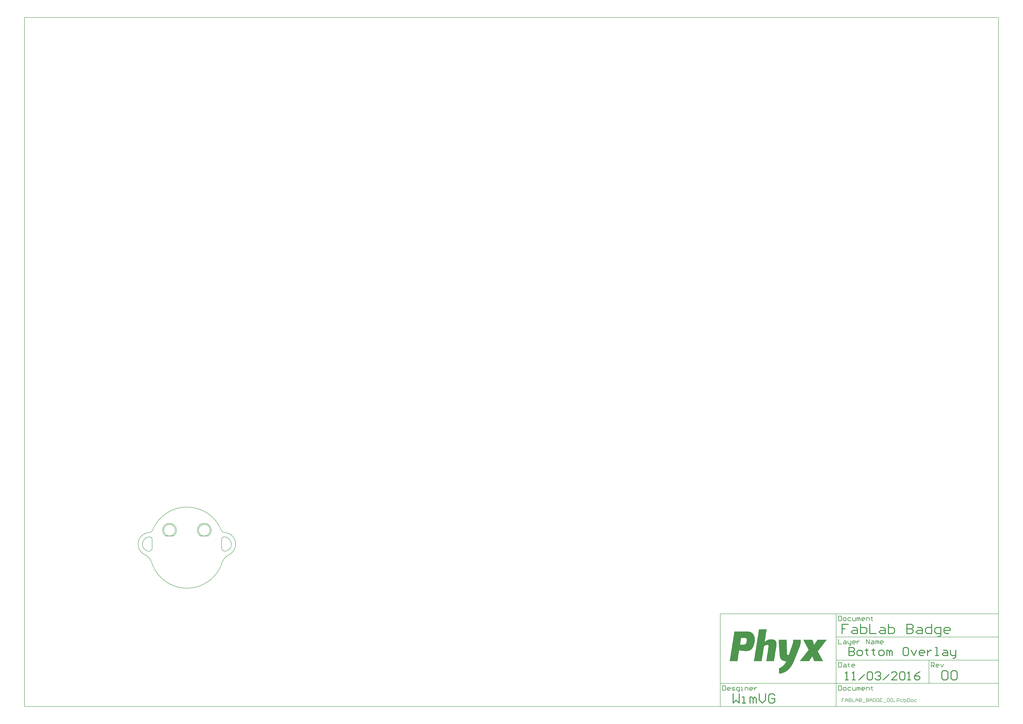
<source format=gbo>
G04 Layer_Color=32896*
%FSLAX25Y25*%
%MOIN*%
G70*
G01*
G75*
%ADD11C,0.01575*%
%ADD12C,0.00787*%
%ADD13C,0.00984*%
G36*
X1042339Y-162457D02*
Y-162743D01*
Y-163030D01*
Y-163316D01*
Y-163602D01*
Y-163889D01*
Y-164175D01*
Y-164461D01*
Y-164748D01*
Y-165034D01*
Y-165320D01*
Y-165607D01*
Y-165893D01*
Y-166179D01*
Y-166466D01*
Y-166752D01*
Y-167038D01*
Y-167324D01*
Y-167611D01*
Y-167897D01*
Y-168183D01*
X1042053D01*
Y-168470D01*
Y-168756D01*
Y-169042D01*
Y-169329D01*
Y-169615D01*
X1041767D01*
Y-169901D01*
Y-170188D01*
Y-170474D01*
Y-170760D01*
X1041481D01*
Y-171047D01*
Y-171333D01*
Y-171619D01*
Y-171906D01*
X1041194D01*
Y-172192D01*
Y-172478D01*
Y-172764D01*
X1040908D01*
Y-173051D01*
Y-173337D01*
Y-173623D01*
X1040622D01*
Y-173910D01*
Y-174196D01*
Y-174482D01*
X1040335D01*
Y-174769D01*
Y-175055D01*
Y-175341D01*
X1040049D01*
Y-175628D01*
Y-175914D01*
X1039763D01*
Y-176200D01*
Y-176487D01*
X1039476D01*
Y-176773D01*
Y-177059D01*
Y-177345D01*
X1039190D01*
Y-177632D01*
Y-177918D01*
X1038904D01*
Y-178204D01*
Y-178491D01*
Y-178777D01*
X1038617D01*
Y-179063D01*
Y-179350D01*
X1038331D01*
Y-179636D01*
Y-179922D01*
Y-180209D01*
X1038045D01*
Y-180495D01*
Y-180781D01*
X1037758D01*
Y-181068D01*
Y-181354D01*
Y-181640D01*
X1037472D01*
Y-181926D01*
Y-182213D01*
X1037186D01*
Y-182499D01*
Y-182785D01*
Y-183072D01*
X1036899D01*
Y-183358D01*
Y-183644D01*
X1036613D01*
Y-183931D01*
Y-184217D01*
Y-184503D01*
X1036327D01*
Y-184790D01*
Y-185076D01*
X1036041D01*
Y-185362D01*
Y-185649D01*
Y-185935D01*
X1035754D01*
Y-186221D01*
Y-186507D01*
X1035468D01*
Y-186794D01*
Y-187080D01*
Y-187366D01*
X1035182D01*
Y-187653D01*
Y-187939D01*
X1034895D01*
Y-188225D01*
Y-188512D01*
Y-188798D01*
X1034609D01*
Y-189084D01*
Y-189371D01*
X1034323D01*
Y-189657D01*
Y-189943D01*
Y-190229D01*
X1034036D01*
Y-190516D01*
Y-190802D01*
X1033750D01*
Y-191088D01*
Y-191375D01*
Y-191661D01*
X1033464D01*
Y-191947D01*
Y-192234D01*
X1033177D01*
Y-192520D01*
Y-192806D01*
Y-193093D01*
X1032891D01*
Y-193379D01*
Y-193665D01*
X1032605D01*
Y-193952D01*
Y-194238D01*
Y-194524D01*
X1032318D01*
Y-194810D01*
Y-195097D01*
X1032032D01*
Y-195383D01*
Y-195669D01*
Y-195956D01*
X1031746D01*
Y-196242D01*
Y-196528D01*
X1031460D01*
Y-196815D01*
Y-197101D01*
Y-197387D01*
X1031173D01*
Y-197674D01*
Y-197960D01*
X1030887D01*
Y-198246D01*
Y-198533D01*
Y-198819D01*
X1030601D01*
Y-199105D01*
Y-199391D01*
X1030314D01*
Y-199678D01*
Y-199964D01*
X1030028D01*
Y-200251D01*
Y-200537D01*
X1029742D01*
Y-200823D01*
Y-201109D01*
Y-201396D01*
X1029455D01*
Y-201682D01*
X1029169D01*
Y-201968D01*
Y-202255D01*
Y-202541D01*
X1028883D01*
Y-202827D01*
X1028596D01*
Y-203114D01*
Y-203400D01*
X1028310D01*
Y-203686D01*
Y-203973D01*
X1028024D01*
Y-204259D01*
Y-204545D01*
X1027738D01*
Y-204832D01*
Y-205118D01*
X1027451D01*
Y-205404D01*
X1027165D01*
Y-205690D01*
Y-205977D01*
X1026879D01*
Y-206263D01*
Y-206549D01*
X1026592D01*
Y-206836D01*
X1026306D01*
Y-207122D01*
X1026020D01*
Y-207408D01*
Y-207695D01*
X1025733D01*
Y-207981D01*
X1025447D01*
Y-208267D01*
Y-208554D01*
X1025161D01*
Y-208840D01*
X1024874D01*
Y-209126D01*
X1024588D01*
Y-209413D01*
Y-209699D01*
X1024302D01*
Y-209985D01*
X1024015D01*
Y-210271D01*
X1023729D01*
Y-210558D01*
X1023443D01*
Y-210844D01*
X1023157D01*
Y-211130D01*
Y-211417D01*
X1022870D01*
Y-211703D01*
X1022584D01*
Y-211989D01*
X1022297D01*
Y-212276D01*
X1022011D01*
Y-212562D01*
X1021725D01*
Y-212848D01*
X1021439D01*
Y-213135D01*
X1021152D01*
Y-213421D01*
X1020580D01*
Y-213707D01*
X1020293D01*
Y-213994D01*
X1020007D01*
Y-214280D01*
X1019721D01*
Y-214566D01*
X1019434D01*
Y-214852D01*
X1018862D01*
Y-215139D01*
X1018575D01*
Y-215425D01*
X1018003D01*
Y-215711D01*
X1017717D01*
Y-215998D01*
X1017144D01*
Y-216284D01*
X1016858D01*
Y-216570D01*
X1016285D01*
Y-216857D01*
X1015712D01*
Y-217143D01*
X1015140D01*
Y-217429D01*
X1014567D01*
Y-217716D01*
X1013995D01*
Y-218002D01*
X1013136D01*
Y-218288D01*
X1012563D01*
Y-218575D01*
X1011704D01*
Y-218861D01*
X1010559D01*
Y-219147D01*
X1009414D01*
Y-219433D01*
X1007696D01*
Y-219720D01*
X1005691D01*
Y-220006D01*
X1005405D01*
Y-219720D01*
Y-219433D01*
Y-219147D01*
Y-218861D01*
Y-218575D01*
Y-218288D01*
Y-218002D01*
Y-217716D01*
Y-217429D01*
Y-217143D01*
Y-216857D01*
Y-216570D01*
Y-216284D01*
Y-215998D01*
Y-215711D01*
Y-215425D01*
Y-215139D01*
Y-214852D01*
Y-214566D01*
Y-214280D01*
Y-213994D01*
Y-213707D01*
Y-213421D01*
Y-213135D01*
Y-212848D01*
Y-212562D01*
Y-212276D01*
Y-211989D01*
Y-211703D01*
Y-211417D01*
Y-211130D01*
Y-210844D01*
Y-210558D01*
X1005978D01*
Y-210271D01*
X1006550D01*
Y-209985D01*
X1007123D01*
Y-209699D01*
X1007696D01*
Y-209413D01*
X1008268D01*
Y-209126D01*
X1008841D01*
Y-208840D01*
X1009127D01*
Y-208554D01*
X1009700D01*
Y-208267D01*
X1009986D01*
Y-207981D01*
X1010559D01*
Y-207695D01*
X1010845D01*
Y-207408D01*
X1011131D01*
Y-207122D01*
X1011704D01*
Y-206836D01*
X1011990D01*
Y-206549D01*
X1012277D01*
Y-206263D01*
X1012563D01*
Y-205977D01*
X1012849D01*
Y-205690D01*
X1013136D01*
Y-205404D01*
X1013422D01*
Y-205118D01*
X1013708D01*
Y-204832D01*
X1013995D01*
Y-204545D01*
X1014281D01*
Y-204259D01*
X1014567D01*
Y-203973D01*
X1014853D01*
Y-203686D01*
Y-203400D01*
X1015140D01*
Y-203114D01*
X1015426D01*
Y-202827D01*
X1015712D01*
Y-202541D01*
Y-202255D01*
X1015999D01*
Y-201968D01*
X1016285D01*
Y-201682D01*
Y-201396D01*
X1016571D01*
Y-201109D01*
Y-200823D01*
X1016858D01*
Y-200537D01*
X1017144D01*
Y-200251D01*
Y-199964D01*
X1017430D01*
Y-199678D01*
Y-199391D01*
X1017717D01*
Y-199105D01*
Y-198819D01*
X1015999D01*
Y-198533D01*
X1013995D01*
Y-198246D01*
X1012849D01*
Y-197960D01*
X1012277D01*
Y-197674D01*
X1011418D01*
Y-197387D01*
X1010845D01*
Y-197101D01*
X1010559D01*
Y-196815D01*
X1009986D01*
Y-196528D01*
X1009700D01*
Y-196242D01*
X1009414D01*
Y-195956D01*
X1009127D01*
Y-195669D01*
X1008841D01*
Y-195383D01*
X1008554D01*
Y-195097D01*
Y-194810D01*
X1008268D01*
Y-194524D01*
X1007982D01*
Y-194238D01*
Y-193952D01*
X1007696D01*
Y-193665D01*
Y-193379D01*
X1007409D01*
Y-193093D01*
Y-192806D01*
X1007123D01*
Y-192520D01*
Y-192234D01*
Y-191947D01*
X1006837D01*
Y-191661D01*
Y-191375D01*
Y-191088D01*
Y-190802D01*
X1006550D01*
Y-190516D01*
Y-190229D01*
Y-189943D01*
Y-189657D01*
Y-189371D01*
Y-189084D01*
Y-188798D01*
X1006264D01*
Y-188512D01*
Y-188225D01*
Y-187939D01*
Y-187653D01*
Y-187366D01*
Y-187080D01*
Y-186794D01*
Y-186507D01*
Y-186221D01*
Y-185935D01*
Y-185649D01*
Y-185362D01*
Y-185076D01*
Y-184790D01*
Y-184503D01*
X1005978D01*
Y-184217D01*
Y-183931D01*
Y-183644D01*
Y-183358D01*
Y-183072D01*
Y-182785D01*
Y-182499D01*
Y-182213D01*
Y-181926D01*
Y-181640D01*
Y-181354D01*
Y-181068D01*
Y-180781D01*
Y-180495D01*
Y-180209D01*
X1005691D01*
Y-179922D01*
Y-179636D01*
Y-179350D01*
Y-179063D01*
Y-178777D01*
Y-178491D01*
Y-178204D01*
Y-177918D01*
Y-177632D01*
Y-177345D01*
Y-177059D01*
Y-176773D01*
Y-176487D01*
Y-176200D01*
Y-175914D01*
Y-175628D01*
X1005405D01*
Y-175341D01*
Y-175055D01*
Y-174769D01*
Y-174482D01*
Y-174196D01*
Y-173910D01*
Y-173623D01*
Y-173337D01*
Y-173051D01*
Y-172764D01*
Y-172478D01*
Y-172192D01*
Y-171906D01*
Y-171619D01*
Y-171333D01*
Y-171047D01*
X1005119D01*
Y-170760D01*
Y-170474D01*
Y-170188D01*
Y-169901D01*
Y-169615D01*
Y-169329D01*
Y-169042D01*
Y-168756D01*
Y-168470D01*
Y-168183D01*
Y-167897D01*
Y-167611D01*
Y-167324D01*
Y-167038D01*
X1004832D01*
Y-166752D01*
Y-166466D01*
Y-166179D01*
Y-165893D01*
Y-165607D01*
Y-165320D01*
Y-165034D01*
Y-164748D01*
Y-164461D01*
Y-164175D01*
Y-163889D01*
Y-163602D01*
Y-163316D01*
Y-163030D01*
Y-162743D01*
Y-162457D01*
X1004546D01*
Y-162171D01*
X1018289D01*
Y-162457D01*
Y-162743D01*
Y-163030D01*
Y-163316D01*
Y-163602D01*
Y-163889D01*
Y-164175D01*
Y-164461D01*
Y-164748D01*
Y-165034D01*
Y-165320D01*
Y-165607D01*
Y-165893D01*
Y-166179D01*
X1018575D01*
Y-166466D01*
Y-166752D01*
Y-167038D01*
Y-167324D01*
Y-167611D01*
Y-167897D01*
Y-168183D01*
Y-168470D01*
Y-168756D01*
Y-169042D01*
Y-169329D01*
Y-169615D01*
Y-169901D01*
Y-170188D01*
Y-170474D01*
Y-170760D01*
Y-171047D01*
Y-171333D01*
Y-171619D01*
Y-171906D01*
Y-172192D01*
Y-172478D01*
Y-172764D01*
Y-173051D01*
Y-173337D01*
Y-173623D01*
Y-173910D01*
Y-174196D01*
Y-174482D01*
Y-174769D01*
Y-175055D01*
Y-175341D01*
Y-175628D01*
Y-175914D01*
Y-176200D01*
Y-176487D01*
Y-176773D01*
Y-177059D01*
Y-177345D01*
Y-177632D01*
Y-177918D01*
X1018862D01*
Y-178204D01*
X1018575D01*
Y-178491D01*
Y-178777D01*
X1018862D01*
Y-179063D01*
Y-179350D01*
Y-179636D01*
Y-179922D01*
Y-180209D01*
Y-180495D01*
Y-180781D01*
Y-181068D01*
Y-181354D01*
Y-181640D01*
Y-181926D01*
Y-182213D01*
Y-182499D01*
Y-182785D01*
Y-183072D01*
Y-183358D01*
Y-183644D01*
Y-183931D01*
Y-184217D01*
Y-184503D01*
Y-184790D01*
Y-185076D01*
Y-185362D01*
Y-185649D01*
Y-185935D01*
Y-186221D01*
X1019148D01*
Y-186507D01*
Y-186794D01*
Y-187080D01*
X1019434D01*
Y-187366D01*
X1019721D01*
Y-187653D01*
X1020007D01*
Y-187939D01*
X1020866D01*
Y-188225D01*
X1021725D01*
Y-187939D01*
X1022011D01*
Y-187653D01*
Y-187366D01*
Y-187080D01*
X1022297D01*
Y-186794D01*
Y-186507D01*
X1022584D01*
Y-186221D01*
Y-185935D01*
Y-185649D01*
X1022870D01*
Y-185362D01*
Y-185076D01*
Y-184790D01*
X1023157D01*
Y-184503D01*
Y-184217D01*
Y-183931D01*
X1023443D01*
Y-183644D01*
Y-183358D01*
Y-183072D01*
X1023729D01*
Y-182785D01*
Y-182499D01*
X1024015D01*
Y-182213D01*
Y-181926D01*
Y-181640D01*
X1024302D01*
Y-181354D01*
Y-181068D01*
Y-180781D01*
X1024588D01*
Y-180495D01*
Y-180209D01*
Y-179922D01*
X1024874D01*
Y-179636D01*
Y-179350D01*
X1025161D01*
Y-179063D01*
Y-178777D01*
Y-178491D01*
X1025447D01*
Y-178204D01*
Y-177918D01*
Y-177632D01*
X1025733D01*
Y-177345D01*
Y-177059D01*
Y-176773D01*
X1026020D01*
Y-176487D01*
Y-176200D01*
X1026306D01*
Y-175914D01*
Y-175628D01*
Y-175341D01*
X1026592D01*
Y-175055D01*
Y-174769D01*
Y-174482D01*
X1026879D01*
Y-174196D01*
Y-173910D01*
Y-173623D01*
X1027165D01*
Y-173337D01*
Y-173051D01*
X1027451D01*
Y-172764D01*
Y-172478D01*
Y-172192D01*
X1027738D01*
Y-171906D01*
Y-171619D01*
Y-171333D01*
X1028024D01*
Y-171047D01*
Y-170760D01*
Y-170474D01*
X1028310D01*
Y-170188D01*
Y-169901D01*
Y-169615D01*
Y-169329D01*
X1028596D01*
Y-169042D01*
Y-168756D01*
Y-168470D01*
Y-168183D01*
X1028883D01*
Y-167897D01*
Y-167611D01*
Y-167324D01*
Y-167038D01*
Y-166752D01*
X1029169D01*
Y-166466D01*
Y-166179D01*
Y-165893D01*
Y-165607D01*
Y-165320D01*
Y-165034D01*
X1029455D01*
Y-164748D01*
Y-164461D01*
Y-164175D01*
Y-163889D01*
Y-163602D01*
Y-163316D01*
Y-163030D01*
Y-162743D01*
Y-162457D01*
Y-162171D01*
X1042339D01*
Y-162457D01*
D02*
G37*
G36*
X984504Y-144992D02*
Y-145278D01*
X984218D01*
Y-145565D01*
Y-145851D01*
Y-146137D01*
Y-146424D01*
Y-146710D01*
Y-146996D01*
X983932D01*
Y-147283D01*
Y-147569D01*
Y-147855D01*
Y-148142D01*
Y-148428D01*
Y-148714D01*
X983645D01*
Y-149001D01*
Y-149287D01*
Y-149573D01*
Y-149859D01*
Y-150146D01*
Y-150432D01*
Y-150718D01*
X983359D01*
Y-151005D01*
Y-151291D01*
Y-151577D01*
Y-151864D01*
Y-152150D01*
Y-152436D01*
X983073D01*
Y-152723D01*
Y-153009D01*
Y-153295D01*
Y-153582D01*
Y-153868D01*
Y-154154D01*
X982786D01*
Y-154440D01*
Y-154727D01*
Y-155013D01*
Y-155299D01*
Y-155586D01*
Y-155872D01*
Y-156158D01*
X982500D01*
Y-156445D01*
Y-156731D01*
Y-157017D01*
Y-157304D01*
Y-157590D01*
Y-157876D01*
X982214D01*
Y-158162D01*
Y-158449D01*
Y-158735D01*
Y-159021D01*
Y-159308D01*
Y-159594D01*
X981927D01*
Y-159880D01*
Y-160167D01*
Y-160453D01*
Y-160739D01*
Y-161026D01*
Y-161312D01*
X981641D01*
Y-161598D01*
Y-161884D01*
Y-162171D01*
Y-162457D01*
Y-162743D01*
Y-163030D01*
Y-163316D01*
X981355D01*
Y-163602D01*
Y-163889D01*
Y-164175D01*
Y-164461D01*
Y-164748D01*
Y-165034D01*
X981069D01*
Y-165320D01*
Y-165607D01*
X981641D01*
Y-165320D01*
X981927D01*
Y-165034D01*
X982214D01*
Y-164748D01*
X982786D01*
Y-164461D01*
X983073D01*
Y-164175D01*
X983359D01*
Y-163889D01*
X983932D01*
Y-163602D01*
X984504D01*
Y-163316D01*
X984791D01*
Y-163030D01*
X985363D01*
Y-162743D01*
X986222D01*
Y-162457D01*
X986795D01*
Y-162171D01*
X987654D01*
Y-161884D01*
X989085D01*
Y-161598D01*
X995384D01*
Y-161884D01*
X996529D01*
Y-162171D01*
X997388D01*
Y-162457D01*
X997961D01*
Y-162743D01*
X998247D01*
Y-163030D01*
X998820D01*
Y-163316D01*
X999106D01*
Y-163602D01*
X999393D01*
Y-163889D01*
X999679D01*
Y-164175D01*
X999965D01*
Y-164461D01*
Y-164748D01*
X1000251D01*
Y-165034D01*
Y-165320D01*
X1000538D01*
Y-165607D01*
Y-165893D01*
Y-166179D01*
X1000824D01*
Y-166466D01*
Y-166752D01*
Y-167038D01*
Y-167324D01*
X1001110D01*
Y-167611D01*
Y-167897D01*
Y-168183D01*
Y-168470D01*
Y-168756D01*
Y-169042D01*
Y-169329D01*
Y-169615D01*
Y-169901D01*
Y-170188D01*
Y-170474D01*
Y-170760D01*
Y-171047D01*
Y-171333D01*
Y-171619D01*
Y-171906D01*
Y-172192D01*
Y-172478D01*
X1000824D01*
Y-172764D01*
Y-173051D01*
Y-173337D01*
Y-173623D01*
Y-173910D01*
Y-174196D01*
Y-174482D01*
X1000538D01*
Y-174769D01*
Y-175055D01*
Y-175341D01*
Y-175628D01*
Y-175914D01*
Y-176200D01*
Y-176487D01*
X1000251D01*
Y-176773D01*
Y-177059D01*
Y-177345D01*
Y-177632D01*
Y-177918D01*
Y-178204D01*
X999965D01*
Y-178491D01*
Y-178777D01*
Y-179063D01*
Y-179350D01*
Y-179636D01*
Y-179922D01*
X999679D01*
Y-180209D01*
Y-180495D01*
Y-180781D01*
Y-181068D01*
Y-181354D01*
Y-181640D01*
X999393D01*
Y-181926D01*
Y-182213D01*
Y-182499D01*
Y-182785D01*
Y-183072D01*
Y-183358D01*
Y-183644D01*
X999106D01*
Y-183931D01*
Y-184217D01*
Y-184503D01*
Y-184790D01*
Y-185076D01*
Y-185362D01*
X998820D01*
Y-185649D01*
Y-185935D01*
Y-186221D01*
Y-186507D01*
Y-186794D01*
Y-187080D01*
X998534D01*
Y-187366D01*
Y-187653D01*
Y-187939D01*
Y-188225D01*
Y-188512D01*
Y-188798D01*
Y-189084D01*
X998247D01*
Y-189371D01*
Y-189657D01*
Y-189943D01*
Y-190229D01*
Y-190516D01*
Y-190802D01*
X997961D01*
Y-191088D01*
Y-191375D01*
Y-191661D01*
Y-191947D01*
Y-192234D01*
Y-192520D01*
X997675D01*
Y-192806D01*
Y-193093D01*
Y-193379D01*
Y-193665D01*
Y-193952D01*
Y-194238D01*
X997388D01*
Y-194524D01*
Y-194810D01*
Y-195097D01*
Y-195383D01*
Y-195669D01*
Y-195956D01*
Y-196242D01*
X997102D01*
Y-196528D01*
Y-196815D01*
Y-197101D01*
Y-197387D01*
Y-197674D01*
Y-197960D01*
X996816D01*
Y-198246D01*
Y-198533D01*
X983645D01*
Y-198246D01*
Y-197960D01*
X983932D01*
Y-197674D01*
Y-197387D01*
Y-197101D01*
Y-196815D01*
Y-196528D01*
Y-196242D01*
X984218D01*
Y-195956D01*
Y-195669D01*
Y-195383D01*
Y-195097D01*
Y-194810D01*
Y-194524D01*
Y-194238D01*
X984504D01*
Y-193952D01*
Y-193665D01*
Y-193379D01*
Y-193093D01*
Y-192806D01*
Y-192520D01*
X984791D01*
Y-192234D01*
Y-191947D01*
Y-191661D01*
Y-191375D01*
Y-191088D01*
Y-190802D01*
X985077D01*
Y-190516D01*
Y-190229D01*
Y-189943D01*
Y-189657D01*
Y-189371D01*
Y-189084D01*
Y-188798D01*
X985363D01*
Y-188512D01*
Y-188225D01*
Y-187939D01*
Y-187653D01*
Y-187366D01*
Y-187080D01*
X985649D01*
Y-186794D01*
Y-186507D01*
Y-186221D01*
Y-185935D01*
Y-185649D01*
Y-185362D01*
Y-185076D01*
X985936D01*
Y-184790D01*
Y-184503D01*
Y-184217D01*
Y-183931D01*
Y-183644D01*
Y-183358D01*
X986222D01*
Y-183072D01*
Y-182785D01*
Y-182499D01*
Y-182213D01*
Y-181926D01*
Y-181640D01*
X986508D01*
Y-181354D01*
Y-181068D01*
Y-180781D01*
Y-180495D01*
Y-180209D01*
Y-179922D01*
X986795D01*
Y-179636D01*
Y-179350D01*
Y-179063D01*
Y-178777D01*
Y-178491D01*
Y-178204D01*
Y-177918D01*
X987081D01*
Y-177632D01*
Y-177345D01*
Y-177059D01*
Y-176773D01*
Y-176487D01*
Y-176200D01*
X987367D01*
Y-175914D01*
Y-175628D01*
Y-175341D01*
Y-175055D01*
Y-174769D01*
Y-174482D01*
Y-174196D01*
X987654D01*
Y-173910D01*
Y-173623D01*
Y-173337D01*
Y-173051D01*
Y-172764D01*
Y-172478D01*
X987367D01*
Y-172192D01*
Y-171906D01*
X987081D01*
Y-171619D01*
X986795D01*
Y-171333D01*
X986222D01*
Y-171047D01*
X984504D01*
Y-171333D01*
X983073D01*
Y-171619D01*
X982214D01*
Y-171906D01*
X981641D01*
Y-172192D01*
X981355D01*
Y-172478D01*
X980782D01*
Y-172764D01*
X980496D01*
Y-173051D01*
X980210D01*
Y-173337D01*
Y-173623D01*
X979923D01*
Y-173910D01*
Y-174196D01*
Y-174482D01*
X979637D01*
Y-174769D01*
Y-175055D01*
Y-175341D01*
Y-175628D01*
Y-175914D01*
Y-176200D01*
X979351D01*
Y-176487D01*
Y-176773D01*
Y-177059D01*
Y-177345D01*
Y-177632D01*
Y-177918D01*
Y-178204D01*
X979064D01*
Y-178491D01*
Y-178777D01*
Y-179063D01*
Y-179350D01*
Y-179636D01*
Y-179922D01*
X978778D01*
Y-180209D01*
Y-180495D01*
Y-180781D01*
Y-181068D01*
Y-181354D01*
Y-181640D01*
X978492D01*
Y-181926D01*
Y-182213D01*
Y-182499D01*
Y-182785D01*
Y-183072D01*
Y-183358D01*
X978205D01*
Y-183644D01*
Y-183931D01*
Y-184217D01*
Y-184503D01*
Y-184790D01*
Y-185076D01*
Y-185362D01*
X977919D01*
Y-185649D01*
Y-185935D01*
Y-186221D01*
Y-186507D01*
Y-186794D01*
Y-187080D01*
X977633D01*
Y-187366D01*
Y-187653D01*
Y-187939D01*
Y-188225D01*
Y-188512D01*
Y-188798D01*
X977346D01*
Y-189084D01*
Y-189371D01*
Y-189657D01*
Y-189943D01*
Y-190229D01*
Y-190516D01*
Y-190802D01*
X977060D01*
Y-191088D01*
Y-191375D01*
Y-191661D01*
Y-191947D01*
Y-192234D01*
Y-192520D01*
X976774D01*
Y-192806D01*
Y-193093D01*
Y-193379D01*
Y-193665D01*
Y-193952D01*
Y-194238D01*
X976488D01*
Y-194524D01*
Y-194810D01*
Y-195097D01*
Y-195383D01*
Y-195669D01*
Y-195956D01*
X976201D01*
Y-196242D01*
Y-196528D01*
Y-196815D01*
Y-197101D01*
Y-197387D01*
Y-197674D01*
Y-197960D01*
X975915D01*
Y-198246D01*
Y-198533D01*
X962745D01*
Y-198246D01*
Y-197960D01*
X963031D01*
Y-197674D01*
Y-197387D01*
Y-197101D01*
Y-196815D01*
Y-196528D01*
Y-196242D01*
Y-195956D01*
X963317D01*
Y-195669D01*
Y-195383D01*
Y-195097D01*
Y-194810D01*
Y-194524D01*
Y-194238D01*
X963603D01*
Y-193952D01*
Y-193665D01*
Y-193379D01*
Y-193093D01*
Y-192806D01*
Y-192520D01*
X963890D01*
Y-192234D01*
Y-191947D01*
Y-191661D01*
Y-191375D01*
Y-191088D01*
Y-190802D01*
Y-190516D01*
X964176D01*
Y-190229D01*
Y-189943D01*
Y-189657D01*
Y-189371D01*
Y-189084D01*
Y-188798D01*
X964462D01*
Y-188512D01*
Y-188225D01*
Y-187939D01*
Y-187653D01*
Y-187366D01*
Y-187080D01*
X964749D01*
Y-186794D01*
Y-186507D01*
Y-186221D01*
Y-185935D01*
Y-185649D01*
Y-185362D01*
X965035D01*
Y-185076D01*
Y-184790D01*
Y-184503D01*
Y-184217D01*
Y-183931D01*
Y-183644D01*
Y-183358D01*
X965321D01*
Y-183072D01*
Y-182785D01*
Y-182499D01*
Y-182213D01*
Y-181926D01*
Y-181640D01*
X965608D01*
Y-181354D01*
Y-181068D01*
Y-180781D01*
Y-180495D01*
Y-180209D01*
Y-179922D01*
X965894D01*
Y-179636D01*
Y-179350D01*
Y-179063D01*
Y-178777D01*
Y-178491D01*
Y-178204D01*
Y-177918D01*
X966180D01*
Y-177632D01*
Y-177345D01*
Y-177059D01*
Y-176773D01*
Y-176487D01*
Y-176200D01*
X966467D01*
Y-175914D01*
Y-175628D01*
Y-175341D01*
Y-175055D01*
Y-174769D01*
Y-174482D01*
X966753D01*
Y-174196D01*
Y-173910D01*
Y-173623D01*
Y-173337D01*
Y-173051D01*
Y-172764D01*
X967039D01*
Y-172478D01*
Y-172192D01*
Y-171906D01*
Y-171619D01*
Y-171333D01*
Y-171047D01*
Y-170760D01*
X967325D01*
Y-170474D01*
Y-170188D01*
Y-169901D01*
Y-169615D01*
Y-169329D01*
Y-169042D01*
X967612D01*
Y-168756D01*
Y-168470D01*
Y-168183D01*
Y-167897D01*
Y-167611D01*
Y-167324D01*
X967898D01*
Y-167038D01*
Y-166752D01*
Y-166466D01*
Y-166179D01*
Y-165893D01*
Y-165607D01*
X968184D01*
Y-165320D01*
Y-165034D01*
Y-164748D01*
Y-164461D01*
Y-164175D01*
Y-163889D01*
Y-163602D01*
X968471D01*
Y-163316D01*
Y-163030D01*
Y-162743D01*
Y-162457D01*
Y-162171D01*
Y-161884D01*
X968757D01*
Y-161598D01*
Y-161312D01*
Y-161026D01*
Y-160739D01*
Y-160453D01*
Y-160167D01*
X969043D01*
Y-159880D01*
Y-159594D01*
Y-159308D01*
Y-159021D01*
Y-158735D01*
Y-158449D01*
Y-158162D01*
X969330D01*
Y-157876D01*
Y-157590D01*
Y-157304D01*
Y-157017D01*
Y-156731D01*
Y-156445D01*
X969616D01*
Y-156158D01*
Y-155872D01*
Y-155586D01*
Y-155299D01*
Y-155013D01*
Y-154727D01*
X969902D01*
Y-154440D01*
Y-154154D01*
Y-153868D01*
Y-153582D01*
Y-153295D01*
Y-153009D01*
X970189D01*
Y-152723D01*
Y-152436D01*
Y-152150D01*
Y-151864D01*
Y-151577D01*
Y-151291D01*
Y-151005D01*
X970475D01*
Y-150718D01*
Y-150432D01*
Y-150146D01*
Y-149859D01*
Y-149573D01*
Y-149287D01*
X970761D01*
Y-149001D01*
Y-148714D01*
Y-148428D01*
Y-148142D01*
Y-147855D01*
Y-147569D01*
X971047D01*
Y-147283D01*
Y-146996D01*
Y-146710D01*
Y-146424D01*
Y-146137D01*
Y-145851D01*
Y-145565D01*
X971334D01*
Y-145278D01*
Y-144992D01*
Y-144706D01*
X984504D01*
Y-144992D01*
D02*
G37*
G36*
X953296Y-148428D02*
X955014D01*
Y-148714D01*
X955873D01*
Y-149001D01*
X956732D01*
Y-149287D01*
X957591D01*
Y-149573D01*
X958164D01*
Y-149859D01*
X958450D01*
Y-150146D01*
X959022D01*
Y-150432D01*
X959309D01*
Y-150718D01*
X959881D01*
Y-151005D01*
X960168D01*
Y-151291D01*
X960454D01*
Y-151577D01*
X960740D01*
Y-151864D01*
X961027D01*
Y-152150D01*
X961313D01*
Y-152436D01*
X961599D01*
Y-152723D01*
Y-153009D01*
X961886D01*
Y-153295D01*
X962172D01*
Y-153582D01*
Y-153868D01*
X962458D01*
Y-154154D01*
X962745D01*
Y-154440D01*
Y-154727D01*
X963031D01*
Y-155013D01*
Y-155299D01*
Y-155586D01*
X963317D01*
Y-155872D01*
Y-156158D01*
Y-156445D01*
X963603D01*
Y-156731D01*
Y-157017D01*
Y-157304D01*
Y-157590D01*
X963890D01*
Y-157876D01*
Y-158162D01*
Y-158449D01*
Y-158735D01*
Y-159021D01*
X964176D01*
Y-159308D01*
Y-159594D01*
Y-159880D01*
Y-160167D01*
Y-160453D01*
Y-160739D01*
Y-161026D01*
Y-161312D01*
Y-161598D01*
Y-161884D01*
Y-162171D01*
Y-162457D01*
Y-162743D01*
Y-163030D01*
Y-163316D01*
Y-163602D01*
Y-163889D01*
Y-164175D01*
Y-164461D01*
Y-164748D01*
X963890D01*
Y-165034D01*
Y-165320D01*
Y-165607D01*
Y-165893D01*
Y-166179D01*
Y-166466D01*
Y-166752D01*
X963603D01*
Y-167038D01*
Y-167324D01*
Y-167611D01*
Y-167897D01*
Y-168183D01*
X963317D01*
Y-168470D01*
Y-168756D01*
Y-169042D01*
Y-169329D01*
Y-169615D01*
X963031D01*
Y-169901D01*
Y-170188D01*
Y-170474D01*
X962745D01*
Y-170760D01*
Y-171047D01*
Y-171333D01*
Y-171619D01*
X962458D01*
Y-171906D01*
Y-172192D01*
Y-172478D01*
X962172D01*
Y-172764D01*
Y-173051D01*
X961886D01*
Y-173337D01*
Y-173623D01*
Y-173910D01*
X961599D01*
Y-174196D01*
Y-174482D01*
X961313D01*
Y-174769D01*
Y-175055D01*
X961027D01*
Y-175341D01*
Y-175628D01*
X960740D01*
Y-175914D01*
X960454D01*
Y-176200D01*
Y-176487D01*
X960168D01*
Y-176773D01*
X959881D01*
Y-177059D01*
X959595D01*
Y-177345D01*
Y-177632D01*
X959309D01*
Y-177918D01*
X959022D01*
Y-178204D01*
X958736D01*
Y-178491D01*
X958450D01*
Y-178777D01*
X958164D01*
Y-179063D01*
X957591D01*
Y-179350D01*
X957304D01*
Y-179636D01*
X956732D01*
Y-179922D01*
X956446D01*
Y-180209D01*
X955873D01*
Y-180495D01*
X955014D01*
Y-180781D01*
X954155D01*
Y-181068D01*
X953296D01*
Y-181354D01*
X951578D01*
Y-181640D01*
X946425D01*
Y-181354D01*
X943848D01*
Y-181068D01*
X941844D01*
Y-180781D01*
X940412D01*
Y-180495D01*
X938980D01*
Y-180209D01*
X937549D01*
Y-180495D01*
Y-180781D01*
Y-181068D01*
Y-181354D01*
Y-181640D01*
Y-181926D01*
Y-182213D01*
X937263D01*
Y-182499D01*
Y-182785D01*
Y-183072D01*
Y-183358D01*
Y-183644D01*
Y-183931D01*
X936976D01*
Y-184217D01*
Y-184503D01*
Y-184790D01*
Y-185076D01*
Y-185362D01*
Y-185649D01*
X936690D01*
Y-185935D01*
Y-186221D01*
Y-186507D01*
Y-186794D01*
Y-187080D01*
Y-187366D01*
Y-187653D01*
X936404D01*
Y-187939D01*
Y-188225D01*
Y-188512D01*
Y-188798D01*
Y-189084D01*
Y-189371D01*
X936117D01*
Y-189657D01*
Y-189943D01*
Y-190229D01*
Y-190516D01*
Y-190802D01*
Y-191088D01*
X935831D01*
Y-191375D01*
Y-191661D01*
Y-191947D01*
Y-192234D01*
Y-192520D01*
Y-192806D01*
Y-193093D01*
X935545D01*
Y-193379D01*
Y-193665D01*
Y-193952D01*
Y-194238D01*
Y-194524D01*
Y-194810D01*
X935258D01*
Y-195097D01*
Y-195383D01*
Y-195669D01*
Y-195956D01*
Y-196242D01*
Y-196528D01*
X934972D01*
Y-196815D01*
Y-197101D01*
Y-197387D01*
Y-197674D01*
Y-197960D01*
Y-198246D01*
Y-198533D01*
X921515D01*
Y-198246D01*
X921802D01*
Y-197960D01*
Y-197674D01*
Y-197387D01*
Y-197101D01*
Y-196815D01*
X922088D01*
Y-196528D01*
Y-196242D01*
Y-195956D01*
Y-195669D01*
Y-195383D01*
Y-195097D01*
Y-194810D01*
X922374D01*
Y-194524D01*
Y-194238D01*
Y-193952D01*
Y-193665D01*
Y-193379D01*
Y-193093D01*
X922661D01*
Y-192806D01*
Y-192520D01*
Y-192234D01*
Y-191947D01*
Y-191661D01*
Y-191375D01*
X922947D01*
Y-191088D01*
Y-190802D01*
Y-190516D01*
Y-190229D01*
Y-189943D01*
Y-189657D01*
Y-189371D01*
X923233D01*
Y-189084D01*
Y-188798D01*
Y-188512D01*
Y-188225D01*
Y-187939D01*
Y-187653D01*
X923520D01*
Y-187366D01*
Y-187080D01*
Y-186794D01*
Y-186507D01*
Y-186221D01*
Y-185935D01*
X923806D01*
Y-185649D01*
Y-185362D01*
Y-185076D01*
Y-184790D01*
Y-184503D01*
Y-184217D01*
X924092D01*
Y-183931D01*
Y-183644D01*
Y-183358D01*
Y-183072D01*
Y-182785D01*
Y-182499D01*
Y-182213D01*
X924378D01*
Y-181926D01*
Y-181640D01*
Y-181354D01*
Y-181068D01*
Y-180781D01*
Y-180495D01*
X924665D01*
Y-180209D01*
Y-179922D01*
Y-179636D01*
Y-179350D01*
Y-179063D01*
Y-178777D01*
X924951D01*
Y-178491D01*
Y-178204D01*
Y-177918D01*
Y-177632D01*
Y-177345D01*
Y-177059D01*
X925237D01*
Y-176773D01*
Y-176487D01*
Y-176200D01*
Y-175914D01*
Y-175628D01*
Y-175341D01*
Y-175055D01*
X925524D01*
Y-174769D01*
Y-174482D01*
Y-174196D01*
Y-173910D01*
Y-173623D01*
Y-173337D01*
X925810D01*
Y-173051D01*
Y-172764D01*
Y-172478D01*
Y-172192D01*
Y-171906D01*
Y-171619D01*
X926096D01*
Y-171333D01*
Y-171047D01*
Y-170760D01*
Y-170474D01*
Y-170188D01*
Y-169901D01*
Y-169615D01*
X926383D01*
Y-169329D01*
Y-169042D01*
Y-168756D01*
Y-168470D01*
Y-168183D01*
Y-167897D01*
X926669D01*
Y-167611D01*
Y-167324D01*
Y-167038D01*
Y-166752D01*
Y-166466D01*
Y-166179D01*
X926955D01*
Y-165893D01*
Y-165607D01*
Y-165320D01*
Y-165034D01*
Y-164748D01*
Y-164461D01*
X927242D01*
Y-164175D01*
Y-163889D01*
Y-163602D01*
Y-163316D01*
Y-163030D01*
Y-162743D01*
Y-162457D01*
X927528D01*
Y-162171D01*
Y-161884D01*
Y-161598D01*
Y-161312D01*
Y-161026D01*
Y-160739D01*
X927814D01*
Y-160453D01*
Y-160167D01*
Y-159880D01*
Y-159594D01*
Y-159308D01*
Y-159021D01*
X928101D01*
Y-158735D01*
Y-158449D01*
Y-158162D01*
Y-157876D01*
Y-157590D01*
Y-157304D01*
Y-157017D01*
X928387D01*
Y-156731D01*
Y-156445D01*
Y-156158D01*
Y-155872D01*
Y-155586D01*
Y-155299D01*
X928673D01*
Y-155013D01*
Y-154727D01*
Y-154440D01*
Y-154154D01*
Y-153868D01*
Y-153582D01*
X928959D01*
Y-153295D01*
Y-153009D01*
Y-152723D01*
Y-152436D01*
Y-152150D01*
Y-151864D01*
Y-151577D01*
X929246D01*
Y-151291D01*
Y-151005D01*
Y-150718D01*
Y-150432D01*
Y-150146D01*
Y-149859D01*
X929532D01*
Y-149573D01*
Y-149287D01*
Y-149001D01*
Y-148714D01*
Y-148428D01*
Y-148142D01*
X953296D01*
Y-148428D01*
D02*
G37*
G36*
X1086432Y-162457D02*
X1086145D01*
Y-162743D01*
X1085859D01*
Y-163030D01*
Y-163316D01*
X1085573D01*
Y-163602D01*
X1085286D01*
Y-163889D01*
X1085000D01*
Y-164175D01*
Y-164461D01*
X1084714D01*
Y-164748D01*
X1084427D01*
Y-165034D01*
X1084141D01*
Y-165320D01*
X1083855D01*
Y-165607D01*
Y-165893D01*
X1083568D01*
Y-166179D01*
X1083282D01*
Y-166466D01*
X1082996D01*
Y-166752D01*
Y-167038D01*
X1082710D01*
Y-167324D01*
X1082423D01*
Y-167611D01*
X1082137D01*
Y-167897D01*
X1081851D01*
Y-168183D01*
Y-168470D01*
X1081564D01*
Y-168756D01*
X1081278D01*
Y-169042D01*
X1080992D01*
Y-169329D01*
Y-169615D01*
X1080705D01*
Y-169901D01*
X1080419D01*
Y-170188D01*
X1080133D01*
Y-170474D01*
Y-170760D01*
X1079846D01*
Y-171047D01*
X1079560D01*
Y-171333D01*
X1079274D01*
Y-171619D01*
X1078988D01*
Y-171906D01*
Y-172192D01*
X1078701D01*
Y-172478D01*
X1078415D01*
Y-172764D01*
X1078129D01*
Y-173051D01*
Y-173337D01*
X1077842D01*
Y-173623D01*
X1077556D01*
Y-173910D01*
X1077270D01*
Y-174196D01*
Y-174482D01*
X1076983D01*
Y-174769D01*
X1076697D01*
Y-175055D01*
X1076411D01*
Y-175341D01*
X1076124D01*
Y-175628D01*
Y-175914D01*
X1075838D01*
Y-176200D01*
X1075552D01*
Y-176487D01*
X1075265D01*
Y-176773D01*
Y-177059D01*
X1074979D01*
Y-177345D01*
X1074693D01*
Y-177632D01*
X1074407D01*
Y-177918D01*
Y-178204D01*
X1074120D01*
Y-178491D01*
X1073834D01*
Y-178777D01*
X1073547D01*
Y-179063D01*
X1073261D01*
Y-179350D01*
Y-179636D01*
X1072975D01*
Y-179922D01*
X1072689D01*
Y-180209D01*
X1072402D01*
Y-180495D01*
Y-180781D01*
X1072116D01*
Y-181068D01*
X1071830D01*
Y-181354D01*
X1071543D01*
Y-181640D01*
X1071257D01*
Y-181926D01*
Y-182213D01*
X1071543D01*
Y-182499D01*
Y-182785D01*
X1071830D01*
Y-183072D01*
Y-183358D01*
X1072116D01*
Y-183644D01*
X1072402D01*
Y-183931D01*
Y-184217D01*
X1072689D01*
Y-184503D01*
Y-184790D01*
X1072975D01*
Y-185076D01*
Y-185362D01*
X1073261D01*
Y-185649D01*
Y-185935D01*
X1073547D01*
Y-186221D01*
Y-186507D01*
X1073834D01*
Y-186794D01*
Y-187080D01*
X1074120D01*
Y-187366D01*
Y-187653D01*
X1074407D01*
Y-187939D01*
Y-188225D01*
X1074693D01*
Y-188512D01*
X1074979D01*
Y-188798D01*
Y-189084D01*
X1075265D01*
Y-189371D01*
Y-189657D01*
X1075552D01*
Y-189943D01*
Y-190229D01*
X1075838D01*
Y-190516D01*
Y-190802D01*
X1076124D01*
Y-191088D01*
Y-191375D01*
X1076411D01*
Y-191661D01*
Y-191947D01*
X1076697D01*
Y-192234D01*
Y-192520D01*
X1076983D01*
Y-192806D01*
X1077270D01*
Y-193093D01*
Y-193379D01*
X1077556D01*
Y-193665D01*
Y-193952D01*
X1077842D01*
Y-194238D01*
Y-194524D01*
X1078129D01*
Y-194810D01*
Y-195097D01*
X1078415D01*
Y-195383D01*
Y-195669D01*
X1078701D01*
Y-195956D01*
Y-196242D01*
X1078988D01*
Y-196528D01*
Y-196815D01*
X1079274D01*
Y-197101D01*
X1079560D01*
Y-197387D01*
Y-197674D01*
X1079846D01*
Y-197960D01*
Y-198246D01*
X1080133D01*
Y-198533D01*
X1064958D01*
Y-198246D01*
X1064672D01*
Y-197960D01*
Y-197674D01*
Y-197387D01*
X1064386D01*
Y-197101D01*
Y-196815D01*
Y-196528D01*
X1064099D01*
Y-196242D01*
Y-195956D01*
X1063813D01*
Y-195669D01*
Y-195383D01*
Y-195097D01*
X1063527D01*
Y-194810D01*
Y-194524D01*
Y-194238D01*
X1063240D01*
Y-193952D01*
Y-193665D01*
X1062954D01*
Y-193379D01*
Y-193093D01*
Y-192806D01*
X1062668D01*
Y-192520D01*
Y-192234D01*
Y-191947D01*
X1062381D01*
Y-191661D01*
Y-191375D01*
Y-191088D01*
X1062095D01*
Y-190802D01*
X1061522D01*
Y-191088D01*
Y-191375D01*
X1061236D01*
Y-191661D01*
X1060950D01*
Y-191947D01*
Y-192234D01*
X1060664D01*
Y-192520D01*
X1060377D01*
Y-192806D01*
Y-193093D01*
X1060091D01*
Y-193379D01*
X1059805D01*
Y-193665D01*
Y-193952D01*
X1059518D01*
Y-194238D01*
X1059232D01*
Y-194524D01*
X1058946D01*
Y-194810D01*
Y-195097D01*
X1058659D01*
Y-195383D01*
X1058373D01*
Y-195669D01*
Y-195956D01*
X1058087D01*
Y-196242D01*
X1057800D01*
Y-196528D01*
Y-196815D01*
X1057514D01*
Y-197101D01*
X1057228D01*
Y-197387D01*
Y-197674D01*
X1056941D01*
Y-197960D01*
X1056655D01*
Y-198246D01*
Y-198533D01*
X1040622D01*
Y-198246D01*
X1040908D01*
Y-197960D01*
X1041194D01*
Y-197674D01*
X1041481D01*
Y-197387D01*
X1041767D01*
Y-197101D01*
Y-196815D01*
X1042053D01*
Y-196528D01*
X1042339D01*
Y-196242D01*
X1042626D01*
Y-195956D01*
X1042912D01*
Y-195669D01*
Y-195383D01*
X1043198D01*
Y-195097D01*
X1043485D01*
Y-194810D01*
X1043771D01*
Y-194524D01*
Y-194238D01*
X1044057D01*
Y-193952D01*
X1044344D01*
Y-193665D01*
X1044630D01*
Y-193379D01*
X1044916D01*
Y-193093D01*
Y-192806D01*
X1045203D01*
Y-192520D01*
X1045489D01*
Y-192234D01*
X1045775D01*
Y-191947D01*
X1046062D01*
Y-191661D01*
Y-191375D01*
X1046348D01*
Y-191088D01*
X1046634D01*
Y-190802D01*
X1046920D01*
Y-190516D01*
Y-190229D01*
X1047207D01*
Y-189943D01*
X1047493D01*
Y-189657D01*
X1047779D01*
Y-189371D01*
X1048066D01*
Y-189084D01*
Y-188798D01*
X1048352D01*
Y-188512D01*
X1048638D01*
Y-188225D01*
X1048925D01*
Y-187939D01*
Y-187653D01*
X1049211D01*
Y-187366D01*
X1049497D01*
Y-187080D01*
X1049784D01*
Y-186794D01*
X1050070D01*
Y-186507D01*
Y-186221D01*
X1050356D01*
Y-185935D01*
X1050642D01*
Y-185649D01*
X1050929D01*
Y-185362D01*
Y-185076D01*
X1051215D01*
Y-184790D01*
X1051501D01*
Y-184503D01*
X1051788D01*
Y-184217D01*
X1052074D01*
Y-183931D01*
Y-183644D01*
X1052360D01*
Y-183358D01*
X1052647D01*
Y-183072D01*
X1052933D01*
Y-182785D01*
X1053219D01*
Y-182499D01*
Y-182213D01*
X1053506D01*
Y-181926D01*
X1053792D01*
Y-181640D01*
X1054078D01*
Y-181354D01*
Y-181068D01*
X1054365D01*
Y-180781D01*
X1054651D01*
Y-180495D01*
X1054937D01*
Y-180209D01*
X1055223D01*
Y-179922D01*
Y-179636D01*
X1055510D01*
Y-179350D01*
Y-179063D01*
Y-178777D01*
X1055223D01*
Y-178491D01*
X1054937D01*
Y-178204D01*
Y-177918D01*
X1054651D01*
Y-177632D01*
Y-177345D01*
X1054365D01*
Y-177059D01*
Y-176773D01*
X1054078D01*
Y-176487D01*
Y-176200D01*
X1053792D01*
Y-175914D01*
Y-175628D01*
X1053506D01*
Y-175341D01*
Y-175055D01*
X1053219D01*
Y-174769D01*
X1052933D01*
Y-174482D01*
Y-174196D01*
X1052647D01*
Y-173910D01*
Y-173623D01*
X1052360D01*
Y-173337D01*
Y-173051D01*
X1052074D01*
Y-172764D01*
Y-172478D01*
X1051788D01*
Y-172192D01*
Y-171906D01*
X1051501D01*
Y-171619D01*
Y-171333D01*
X1051215D01*
Y-171047D01*
X1050929D01*
Y-170760D01*
Y-170474D01*
X1050642D01*
Y-170188D01*
Y-169901D01*
X1050356D01*
Y-169615D01*
Y-169329D01*
X1050070D01*
Y-169042D01*
Y-168756D01*
X1049784D01*
Y-168470D01*
Y-168183D01*
X1049497D01*
Y-167897D01*
Y-167611D01*
X1049211D01*
Y-167324D01*
Y-167038D01*
X1048925D01*
Y-166752D01*
X1048638D01*
Y-166466D01*
Y-166179D01*
X1048352D01*
Y-165893D01*
Y-165607D01*
X1048066D01*
Y-165320D01*
Y-165034D01*
X1047779D01*
Y-164748D01*
Y-164461D01*
X1047493D01*
Y-164175D01*
Y-163889D01*
X1047207D01*
Y-163602D01*
Y-163316D01*
X1046920D01*
Y-163030D01*
X1046634D01*
Y-162743D01*
Y-162457D01*
X1046348D01*
Y-162171D01*
X1062095D01*
Y-162457D01*
X1062381D01*
Y-162743D01*
Y-163030D01*
Y-163316D01*
X1062668D01*
Y-163602D01*
Y-163889D01*
Y-164175D01*
X1062954D01*
Y-164461D01*
Y-164748D01*
Y-165034D01*
X1063240D01*
Y-165320D01*
Y-165607D01*
Y-165893D01*
X1063527D01*
Y-166179D01*
Y-166466D01*
Y-166752D01*
X1063813D01*
Y-167038D01*
Y-167324D01*
Y-167611D01*
X1064099D01*
Y-167897D01*
Y-168183D01*
Y-168470D01*
X1064386D01*
Y-168756D01*
Y-169042D01*
Y-169329D01*
X1064672D01*
Y-169615D01*
Y-169901D01*
Y-170188D01*
Y-170474D01*
X1065244D01*
Y-170188D01*
X1065531D01*
Y-169901D01*
X1065817D01*
Y-169615D01*
Y-169329D01*
X1066103D01*
Y-169042D01*
X1066390D01*
Y-168756D01*
Y-168470D01*
X1066676D01*
Y-168183D01*
X1066962D01*
Y-167897D01*
Y-167611D01*
X1067249D01*
Y-167324D01*
X1067535D01*
Y-167038D01*
Y-166752D01*
X1067821D01*
Y-166466D01*
X1068108D01*
Y-166179D01*
Y-165893D01*
X1068394D01*
Y-165607D01*
X1068680D01*
Y-165320D01*
Y-165034D01*
X1068966D01*
Y-164748D01*
X1069253D01*
Y-164461D01*
Y-164175D01*
X1069539D01*
Y-163889D01*
X1069825D01*
Y-163602D01*
Y-163316D01*
X1070112D01*
Y-163030D01*
X1070398D01*
Y-162743D01*
Y-162457D01*
X1070684D01*
Y-162171D01*
X1086432D01*
Y-162457D01*
D02*
G37*
%LPC*%
G36*
X949001Y-159308D02*
X940985D01*
Y-159594D01*
Y-159880D01*
Y-160167D01*
Y-160453D01*
Y-160739D01*
X940698D01*
Y-161026D01*
Y-161312D01*
Y-161598D01*
Y-161884D01*
Y-162171D01*
Y-162457D01*
X940412D01*
Y-162743D01*
Y-163030D01*
Y-163316D01*
Y-163602D01*
Y-163889D01*
Y-164175D01*
X940126D01*
Y-164461D01*
Y-164748D01*
Y-165034D01*
Y-165320D01*
Y-165607D01*
Y-165893D01*
X939839D01*
Y-166179D01*
Y-166466D01*
Y-166752D01*
Y-167038D01*
Y-167324D01*
Y-167611D01*
Y-167897D01*
X939553D01*
Y-168183D01*
Y-168470D01*
Y-168756D01*
Y-169042D01*
Y-169329D01*
Y-169615D01*
X939267D01*
Y-169901D01*
Y-170188D01*
Y-170474D01*
X946425D01*
Y-170188D01*
X947570D01*
Y-169901D01*
X948143D01*
Y-169615D01*
X948429D01*
Y-169329D01*
X948715D01*
Y-169042D01*
X949001D01*
Y-168756D01*
X949288D01*
Y-168470D01*
Y-168183D01*
X949574D01*
Y-167897D01*
Y-167611D01*
X949860D01*
Y-167324D01*
Y-167038D01*
X950147D01*
Y-166752D01*
Y-166466D01*
Y-166179D01*
Y-165893D01*
X950433D01*
Y-165607D01*
Y-165320D01*
Y-165034D01*
Y-164748D01*
Y-164461D01*
X950719D01*
Y-164175D01*
Y-163889D01*
Y-163602D01*
Y-163316D01*
Y-163030D01*
Y-162743D01*
Y-162457D01*
Y-162171D01*
Y-161884D01*
Y-161598D01*
Y-161312D01*
X950433D01*
Y-161026D01*
Y-160739D01*
X950147D01*
Y-160453D01*
Y-160167D01*
X949860D01*
Y-159880D01*
X949574D01*
Y-159594D01*
X949001D01*
Y-159308D01*
D02*
G37*
%LPD*%
D11*
X1124016Y-175201D02*
Y-188976D01*
X1130903D01*
X1133199Y-186680D01*
Y-184385D01*
X1130903Y-182089D01*
X1124016D01*
X1130903D01*
X1133199Y-179793D01*
Y-177497D01*
X1130903Y-175201D01*
X1124016D01*
X1140087Y-188976D02*
X1144678D01*
X1146974Y-186680D01*
Y-182089D01*
X1144678Y-179793D01*
X1140087D01*
X1137791Y-182089D01*
Y-186680D01*
X1140087Y-188976D01*
X1153862Y-177497D02*
Y-179793D01*
X1151566D01*
X1156158D01*
X1153862D01*
Y-186680D01*
X1156158Y-188976D01*
X1165341Y-177497D02*
Y-179793D01*
X1163045D01*
X1167637D01*
X1165341D01*
Y-186680D01*
X1167637Y-188976D01*
X1176820D02*
X1181412D01*
X1183708Y-186680D01*
Y-182089D01*
X1181412Y-179793D01*
X1176820D01*
X1174524Y-182089D01*
Y-186680D01*
X1176820Y-188976D01*
X1188299D02*
Y-179793D01*
X1190595D01*
X1192891Y-182089D01*
Y-188976D01*
Y-182089D01*
X1195187Y-179793D01*
X1197483Y-182089D01*
Y-188976D01*
X1222737Y-175201D02*
X1218145D01*
X1215850Y-177497D01*
Y-186680D01*
X1218145Y-188976D01*
X1222737D01*
X1225033Y-186680D01*
Y-177497D01*
X1222737Y-175201D01*
X1229625Y-179793D02*
X1234216Y-188976D01*
X1238808Y-179793D01*
X1250287Y-188976D02*
X1245696D01*
X1243400Y-186680D01*
Y-182089D01*
X1245696Y-179793D01*
X1250287D01*
X1252583Y-182089D01*
Y-184385D01*
X1243400D01*
X1257175Y-179793D02*
Y-188976D01*
Y-184385D01*
X1259471Y-182089D01*
X1261767Y-179793D01*
X1264062D01*
X1270950Y-188976D02*
X1275542D01*
X1273246D01*
Y-175201D01*
X1270950D01*
X1284725Y-179793D02*
X1289317D01*
X1291613Y-182089D01*
Y-188976D01*
X1284725D01*
X1282429Y-186680D01*
X1284725Y-184385D01*
X1291613D01*
X1296204Y-179793D02*
Y-186680D01*
X1298500Y-188976D01*
X1305388D01*
Y-191272D01*
X1303092Y-193568D01*
X1300796D01*
X1305388Y-188976D02*
Y-179793D01*
X1122700Y-135832D02*
X1112205D01*
Y-143703D01*
X1117452D01*
X1112205D01*
Y-151575D01*
X1130571Y-141079D02*
X1135819D01*
X1138443Y-143703D01*
Y-151575D01*
X1130571D01*
X1127948Y-148951D01*
X1130571Y-146327D01*
X1138443D01*
X1143691Y-135832D02*
Y-151575D01*
X1151562D01*
X1154186Y-148951D01*
Y-146327D01*
Y-143703D01*
X1151562Y-141079D01*
X1143691D01*
X1159433Y-135832D02*
Y-151575D01*
X1169929D01*
X1177800Y-141079D02*
X1183048D01*
X1185672Y-143703D01*
Y-151575D01*
X1177800D01*
X1175177Y-148951D01*
X1177800Y-146327D01*
X1185672D01*
X1190919Y-135832D02*
Y-151575D01*
X1198791D01*
X1201415Y-148951D01*
Y-146327D01*
Y-143703D01*
X1198791Y-141079D01*
X1190919D01*
X1222405Y-135832D02*
Y-151575D01*
X1230277D01*
X1232901Y-148951D01*
Y-146327D01*
X1230277Y-143703D01*
X1222405D01*
X1230277D01*
X1232901Y-141079D01*
Y-138456D01*
X1230277Y-135832D01*
X1222405D01*
X1240772Y-141079D02*
X1246020D01*
X1248643Y-143703D01*
Y-151575D01*
X1240772D01*
X1238148Y-148951D01*
X1240772Y-146327D01*
X1248643D01*
X1264386Y-135832D02*
Y-151575D01*
X1256515D01*
X1253891Y-148951D01*
Y-143703D01*
X1256515Y-141079D01*
X1264386D01*
X1274882Y-156823D02*
X1277506D01*
X1280129Y-154199D01*
Y-141079D01*
X1272258D01*
X1269634Y-143703D01*
Y-148951D01*
X1272258Y-151575D01*
X1280129D01*
X1293248D02*
X1288001D01*
X1285377Y-148951D01*
Y-143703D01*
X1288001Y-141079D01*
X1293248D01*
X1295872Y-143703D01*
Y-146327D01*
X1285377D01*
X1118110Y-230315D02*
X1122702D01*
X1120406D01*
Y-216540D01*
X1118110Y-218836D01*
X1129589Y-230315D02*
X1134181D01*
X1131885D01*
Y-216540D01*
X1129589Y-218836D01*
X1141069Y-230315D02*
X1150252Y-221132D01*
X1154844Y-218836D02*
X1157140Y-216540D01*
X1161731D01*
X1164027Y-218836D01*
Y-228019D01*
X1161731Y-230315D01*
X1157140D01*
X1154844Y-228019D01*
Y-218836D01*
X1168619D02*
X1170915Y-216540D01*
X1175506D01*
X1177802Y-218836D01*
Y-221132D01*
X1175506Y-223427D01*
X1173211D01*
X1175506D01*
X1177802Y-225723D01*
Y-228019D01*
X1175506Y-230315D01*
X1170915D01*
X1168619Y-228019D01*
X1182394Y-230315D02*
X1191577Y-221132D01*
X1205352Y-230315D02*
X1196169D01*
X1205352Y-221132D01*
Y-218836D01*
X1203057Y-216540D01*
X1198465D01*
X1196169Y-218836D01*
X1209944D02*
X1212240Y-216540D01*
X1216832D01*
X1219127Y-218836D01*
Y-228019D01*
X1216832Y-230315D01*
X1212240D01*
X1209944Y-228019D01*
Y-218836D01*
X1223719Y-230315D02*
X1228311D01*
X1226015D01*
Y-216540D01*
X1223719Y-218836D01*
X1244382Y-216540D02*
X1239790Y-218836D01*
X1235198Y-223427D01*
Y-228019D01*
X1237494Y-230315D01*
X1242086D01*
X1244382Y-228019D01*
Y-225723D01*
X1242086Y-223427D01*
X1235198D01*
X1281496Y-217196D02*
X1284120Y-214572D01*
X1289367D01*
X1291991Y-217196D01*
Y-227691D01*
X1289367Y-230315D01*
X1284120D01*
X1281496Y-227691D01*
Y-217196D01*
X1297239D02*
X1299863Y-214572D01*
X1305110D01*
X1307734Y-217196D01*
Y-227691D01*
X1305110Y-230315D01*
X1299863D01*
X1297239Y-227691D01*
Y-217196D01*
X927165Y-253942D02*
Y-269685D01*
X932413Y-264437D01*
X937661Y-269685D01*
Y-253942D01*
X942908Y-269685D02*
X948156D01*
X945532D01*
Y-259190D01*
X942908D01*
X956027Y-269685D02*
Y-259190D01*
X958651D01*
X961275Y-261814D01*
Y-269685D01*
Y-261814D01*
X963899Y-259190D01*
X966523Y-261814D01*
Y-269685D01*
X971770Y-253942D02*
Y-264437D01*
X977018Y-269685D01*
X982266Y-264437D01*
Y-253942D01*
X998009Y-256566D02*
X995385Y-253942D01*
X990137D01*
X987513Y-256566D01*
Y-267061D01*
X990137Y-269685D01*
X995385D01*
X998009Y-267061D01*
Y-261814D01*
X992761D01*
D12*
X-22886Y13855D02*
G03*
X-36169Y13855I-6641J9767D01*
G01*
X-19685Y23622D02*
G03*
X-19685Y23622I-9843J0D01*
G01*
X39370D02*
G03*
X39370Y23622I-9843J0D01*
G01*
X36169Y13855D02*
G03*
X22886Y13855I-6641J9767D01*
G01*
X-36220Y13780D02*
X-22835D01*
X22835D02*
X36220D01*
X66929Y-11811D02*
G03*
X62992Y12450I-3937J11811D01*
G01*
D02*
G03*
X59055Y7874I319J-4256D01*
G01*
Y-7874D02*
G03*
X66929Y-11811I5906J1969D01*
G01*
X-66929D02*
G03*
X-59055Y-7874I1969J5906D01*
G01*
Y7874D02*
G03*
X-62992Y12450I-4256J319D01*
G01*
D02*
G03*
X-66929Y-11811I0J-12450D01*
G01*
X72958Y-17048D02*
G03*
X63115Y19685I-9843J17048D01*
G01*
X72958Y-17048D02*
G03*
X58405Y-35408I10328J-23133D01*
G01*
X-58405D02*
G03*
X-72958Y-17048I-24880J-4773D01*
G01*
X-58405Y-35408D02*
G03*
X58405Y-35408I58405J23597D01*
G01*
X-63115Y19685D02*
G03*
X-72958Y-17048I0J-19685D01*
G01*
X-63113Y19670D02*
G03*
X-58405Y23597I-602J5507D01*
G01*
X58405D02*
G03*
X63113Y19670I5310J1580D01*
G01*
X58405Y23597D02*
G03*
X-58405Y23597I-58405J-23597D01*
G01*
X59055Y-7874D02*
Y7874D01*
X-59055Y-7874D02*
Y7874D01*
X-275590Y-275590D02*
X1377953D01*
X-275590D02*
Y893701D01*
X1377953Y-275590D02*
Y893701D01*
X-275590D02*
X1377953D01*
X1102362Y-275590D02*
Y-118110D01*
X905512Y-275590D02*
Y-118110D01*
X1377953D01*
X905512Y-236221D02*
X1377953D01*
X1102362Y-196850D02*
X1377953D01*
X1102362Y-157480D02*
X1377953D01*
X1259842Y-236221D02*
Y-196850D01*
X1116140Y-261813D02*
X1112205D01*
Y-264765D01*
X1114173D01*
X1112205D01*
Y-267717D01*
X1118108D02*
Y-263781D01*
X1120076Y-261813D01*
X1122044Y-263781D01*
Y-267717D01*
Y-264765D01*
X1118108D01*
X1124012Y-261813D02*
Y-267717D01*
X1126964D01*
X1127948Y-266733D01*
Y-265749D01*
X1126964Y-264765D01*
X1124012D01*
X1126964D01*
X1127948Y-263781D01*
Y-262797D01*
X1126964Y-261813D01*
X1124012D01*
X1129916D02*
Y-267717D01*
X1133851D01*
X1135819D02*
Y-263781D01*
X1137787Y-261813D01*
X1139755Y-263781D01*
Y-267717D01*
Y-264765D01*
X1135819D01*
X1141723Y-261813D02*
Y-267717D01*
X1144674D01*
X1145658Y-266733D01*
Y-265749D01*
X1144674Y-264765D01*
X1141723D01*
X1144674D01*
X1145658Y-263781D01*
Y-262797D01*
X1144674Y-261813D01*
X1141723D01*
X1147626Y-268701D02*
X1151562D01*
X1153530Y-261813D02*
Y-267717D01*
X1156482D01*
X1157466Y-266733D01*
Y-265749D01*
X1156482Y-264765D01*
X1153530D01*
X1156482D01*
X1157466Y-263781D01*
Y-262797D01*
X1156482Y-261813D01*
X1153530D01*
X1159433Y-267717D02*
Y-263781D01*
X1161401Y-261813D01*
X1163369Y-263781D01*
Y-267717D01*
Y-264765D01*
X1159433D01*
X1165337Y-261813D02*
Y-267717D01*
X1168289D01*
X1169273Y-266733D01*
Y-262797D01*
X1168289Y-261813D01*
X1165337D01*
X1175176Y-262797D02*
X1174193Y-261813D01*
X1172225D01*
X1171241Y-262797D01*
Y-266733D01*
X1172225Y-267717D01*
X1174193D01*
X1175176Y-266733D01*
Y-264765D01*
X1173209D01*
X1181080Y-261813D02*
X1177144D01*
Y-267717D01*
X1181080D01*
X1177144Y-264765D02*
X1179112D01*
X1183048Y-268701D02*
X1186984D01*
X1188951Y-262797D02*
X1189935Y-261813D01*
X1191903D01*
X1192887Y-262797D01*
Y-266733D01*
X1191903Y-267717D01*
X1189935D01*
X1188951Y-266733D01*
Y-262797D01*
X1194855D02*
X1195839Y-261813D01*
X1197807D01*
X1198791Y-262797D01*
Y-266733D01*
X1197807Y-267717D01*
X1195839D01*
X1194855Y-266733D01*
Y-262797D01*
X1200759Y-267717D02*
Y-266733D01*
X1201743D01*
Y-267717D01*
X1200759D01*
X1205678D02*
Y-261813D01*
X1208630D01*
X1209614Y-262797D01*
Y-264765D01*
X1208630Y-265749D01*
X1205678D01*
X1215518Y-263781D02*
X1212566D01*
X1211582Y-264765D01*
Y-266733D01*
X1212566Y-267717D01*
X1215518D01*
X1217486Y-261813D02*
Y-267717D01*
X1220437D01*
X1221421Y-266733D01*
Y-265749D01*
Y-264765D01*
X1220437Y-263781D01*
X1217486D01*
X1223389Y-261813D02*
Y-267717D01*
X1226341D01*
X1227325Y-266733D01*
Y-262797D01*
X1226341Y-261813D01*
X1223389D01*
X1230277Y-267717D02*
X1232245D01*
X1233228Y-266733D01*
Y-264765D01*
X1232245Y-263781D01*
X1230277D01*
X1229293Y-264765D01*
Y-266733D01*
X1230277Y-267717D01*
X1239132Y-263781D02*
X1236180D01*
X1235196Y-264765D01*
Y-266733D01*
X1236180Y-267717D01*
X1239132D01*
D13*
X1106299Y-240160D02*
Y-248031D01*
X1110235D01*
X1111547Y-246720D01*
Y-241472D01*
X1110235Y-240160D01*
X1106299D01*
X1115483Y-248031D02*
X1118106D01*
X1119418Y-246720D01*
Y-244096D01*
X1118106Y-242784D01*
X1115483D01*
X1114171Y-244096D01*
Y-246720D01*
X1115483Y-248031D01*
X1127290Y-242784D02*
X1123354D01*
X1122042Y-244096D01*
Y-246720D01*
X1123354Y-248031D01*
X1127290D01*
X1129914Y-242784D02*
Y-246720D01*
X1131226Y-248031D01*
X1135161D01*
Y-242784D01*
X1137785Y-248031D02*
Y-242784D01*
X1139097D01*
X1140409Y-244096D01*
Y-248031D01*
Y-244096D01*
X1141721Y-242784D01*
X1143033Y-244096D01*
Y-248031D01*
X1149592D02*
X1146968D01*
X1145657Y-246720D01*
Y-244096D01*
X1146968Y-242784D01*
X1149592D01*
X1150904Y-244096D01*
Y-245408D01*
X1145657D01*
X1153528Y-248031D02*
Y-242784D01*
X1157464D01*
X1158776Y-244096D01*
Y-248031D01*
X1162712Y-241472D02*
Y-242784D01*
X1161400D01*
X1164023D01*
X1162712D01*
Y-246720D01*
X1164023Y-248031D01*
X1106299Y-200790D02*
Y-208661D01*
X1110235D01*
X1111547Y-207349D01*
Y-202102D01*
X1110235Y-200790D01*
X1106299D01*
X1115483Y-203414D02*
X1118106D01*
X1119418Y-204726D01*
Y-208661D01*
X1115483D01*
X1114171Y-207349D01*
X1115483Y-206038D01*
X1119418D01*
X1123354Y-202102D02*
Y-203414D01*
X1122042D01*
X1124666D01*
X1123354D01*
Y-207349D01*
X1124666Y-208661D01*
X1132537D02*
X1129914D01*
X1128602Y-207349D01*
Y-204726D01*
X1129914Y-203414D01*
X1132537D01*
X1133849Y-204726D01*
Y-206038D01*
X1128602D01*
X1106299Y-161420D02*
Y-169291D01*
X1111547D01*
X1115483Y-164044D02*
X1118106D01*
X1119418Y-165356D01*
Y-169291D01*
X1115483D01*
X1114171Y-167979D01*
X1115483Y-166667D01*
X1119418D01*
X1122042Y-164044D02*
Y-167979D01*
X1123354Y-169291D01*
X1127290D01*
Y-170603D01*
X1125978Y-171915D01*
X1124666D01*
X1127290Y-169291D02*
Y-164044D01*
X1133849Y-169291D02*
X1131226D01*
X1129914Y-167979D01*
Y-165356D01*
X1131226Y-164044D01*
X1133849D01*
X1135161Y-165356D01*
Y-166667D01*
X1129914D01*
X1137785Y-164044D02*
Y-169291D01*
Y-166667D01*
X1139097Y-165356D01*
X1140409Y-164044D01*
X1141721D01*
X1153528Y-169291D02*
Y-161420D01*
X1158776Y-169291D01*
Y-161420D01*
X1162712Y-164044D02*
X1165335D01*
X1166647Y-165356D01*
Y-169291D01*
X1162712D01*
X1161400Y-167979D01*
X1162712Y-166667D01*
X1166647D01*
X1169271Y-169291D02*
Y-164044D01*
X1170583D01*
X1171895Y-165356D01*
Y-169291D01*
Y-165356D01*
X1173207Y-164044D01*
X1174519Y-165356D01*
Y-169291D01*
X1181078D02*
X1178454D01*
X1177143Y-167979D01*
Y-165356D01*
X1178454Y-164044D01*
X1181078D01*
X1182390Y-165356D01*
Y-166667D01*
X1177143D01*
X1106299Y-122050D02*
Y-129921D01*
X1110235D01*
X1111547Y-128609D01*
Y-123362D01*
X1110235Y-122050D01*
X1106299D01*
X1115483Y-129921D02*
X1118106D01*
X1119418Y-128609D01*
Y-125986D01*
X1118106Y-124674D01*
X1115483D01*
X1114171Y-125986D01*
Y-128609D01*
X1115483Y-129921D01*
X1127290Y-124674D02*
X1123354D01*
X1122042Y-125986D01*
Y-128609D01*
X1123354Y-129921D01*
X1127290D01*
X1129914Y-124674D02*
Y-128609D01*
X1131226Y-129921D01*
X1135161D01*
Y-124674D01*
X1137785Y-129921D02*
Y-124674D01*
X1139097D01*
X1140409Y-125986D01*
Y-129921D01*
Y-125986D01*
X1141721Y-124674D01*
X1143033Y-125986D01*
Y-129921D01*
X1149592D02*
X1146968D01*
X1145657Y-128609D01*
Y-125986D01*
X1146968Y-124674D01*
X1149592D01*
X1150904Y-125986D01*
Y-127297D01*
X1145657D01*
X1153528Y-129921D02*
Y-124674D01*
X1157464D01*
X1158776Y-125986D01*
Y-129921D01*
X1162712Y-123362D02*
Y-124674D01*
X1161400D01*
X1164023D01*
X1162712D01*
Y-128609D01*
X1164023Y-129921D01*
X909449Y-240160D02*
Y-248031D01*
X913385D01*
X914697Y-246720D01*
Y-241472D01*
X913385Y-240160D01*
X909449D01*
X921256Y-248031D02*
X918632D01*
X917320Y-246720D01*
Y-244096D01*
X918632Y-242784D01*
X921256D01*
X922568Y-244096D01*
Y-245408D01*
X917320D01*
X925192Y-248031D02*
X929128D01*
X930439Y-246720D01*
X929128Y-245408D01*
X926504D01*
X925192Y-244096D01*
X926504Y-242784D01*
X930439D01*
X935687Y-250655D02*
X936999D01*
X938311Y-249343D01*
Y-242784D01*
X934375D01*
X933063Y-244096D01*
Y-246720D01*
X934375Y-248031D01*
X938311D01*
X940935D02*
X943559D01*
X942247D01*
Y-242784D01*
X940935D01*
X947494Y-248031D02*
Y-242784D01*
X951430D01*
X952742Y-244096D01*
Y-248031D01*
X959301D02*
X956678D01*
X955366Y-246720D01*
Y-244096D01*
X956678Y-242784D01*
X959301D01*
X960613Y-244096D01*
Y-245408D01*
X955366D01*
X963237Y-242784D02*
Y-248031D01*
Y-245408D01*
X964549Y-244096D01*
X965861Y-242784D01*
X967173D01*
X1263780Y-208661D02*
Y-200790D01*
X1267715D01*
X1269027Y-202102D01*
Y-204726D01*
X1267715Y-206038D01*
X1263780D01*
X1266403D02*
X1269027Y-208661D01*
X1275587D02*
X1272963D01*
X1271651Y-207349D01*
Y-204726D01*
X1272963Y-203414D01*
X1275587D01*
X1276899Y-204726D01*
Y-206038D01*
X1271651D01*
X1279523Y-203414D02*
X1282146Y-208661D01*
X1284770Y-203414D01*
M02*

</source>
